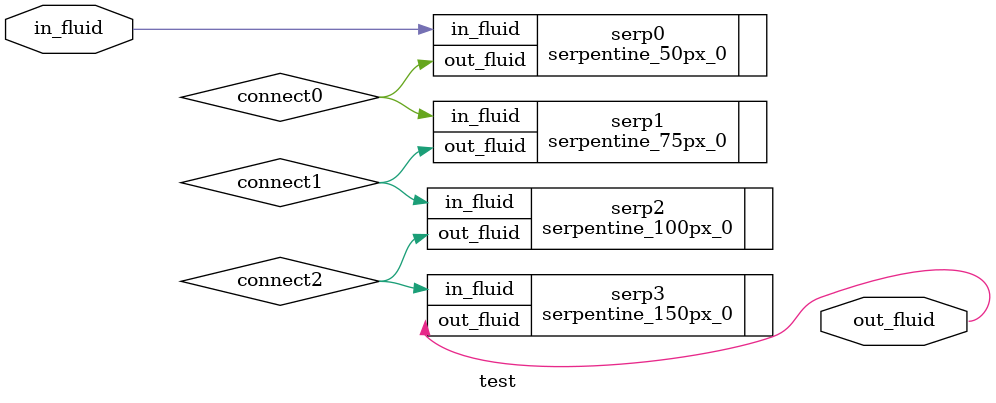
<source format=v>
module test (
    in_fluid,
    out_fluid
);

input in_fluid;
output out_fluid;

wire connect0, connect1, connect2;

serpentine_50px_0 serp0 (.in_fluid(in_fluid), .out_fluid(connect0));
serpentine_75px_0 serp1 (.in_fluid(connect0), .out_fluid(connect1));
serpentine_100px_0 serp2 (.in_fluid(connect1), .out_fluid(connect2));
serpentine_150px_0 serp3 (.in_fluid(connect2), .out_fluid(out_fluid));

endmodule
</source>
